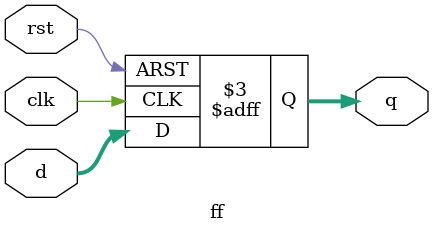
<source format=v>

module ff #(parameter N = 32)(
	input clk,rst,
	input [N-1:0]d,
	output reg [N-1:0]q
	

);

always @(posedge clk,negedge rst)
	begin
		if(!rst)
			q <= {N{1'b0}};
		else
			q <= d;
	end
	
endmodule

</source>
